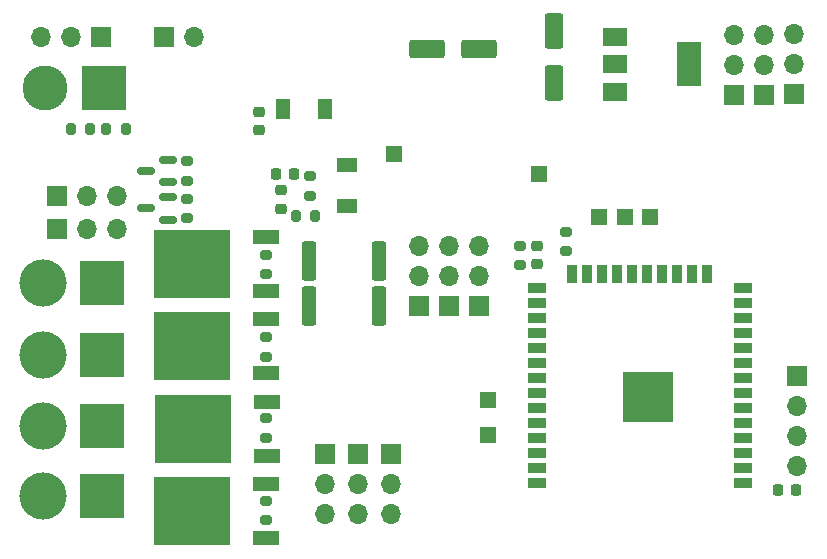
<source format=gbr>
%TF.GenerationSoftware,KiCad,Pcbnew,(6.0.10)*%
%TF.CreationDate,2023-04-19T18:30:43+02:00*%
%TF.ProjectId,jf-ecu32,6a662d65-6375-4333-922e-6b696361645f,rev?*%
%TF.SameCoordinates,Original*%
%TF.FileFunction,Soldermask,Top*%
%TF.FilePolarity,Negative*%
%FSLAX46Y46*%
G04 Gerber Fmt 4.6, Leading zero omitted, Abs format (unit mm)*
G04 Created by KiCad (PCBNEW (6.0.10)) date 2023-04-19 18:30:43*
%MOMM*%
%LPD*%
G01*
G04 APERTURE LIST*
G04 Aperture macros list*
%AMRoundRect*
0 Rectangle with rounded corners*
0 $1 Rounding radius*
0 $2 $3 $4 $5 $6 $7 $8 $9 X,Y pos of 4 corners*
0 Add a 4 corners polygon primitive as box body*
4,1,4,$2,$3,$4,$5,$6,$7,$8,$9,$2,$3,0*
0 Add four circle primitives for the rounded corners*
1,1,$1+$1,$2,$3*
1,1,$1+$1,$4,$5*
1,1,$1+$1,$6,$7*
1,1,$1+$1,$8,$9*
0 Add four rect primitives between the rounded corners*
20,1,$1+$1,$2,$3,$4,$5,0*
20,1,$1+$1,$4,$5,$6,$7,0*
20,1,$1+$1,$6,$7,$8,$9,0*
20,1,$1+$1,$8,$9,$2,$3,0*%
G04 Aperture macros list end*
%ADD10R,1.350000X1.350000*%
%ADD11R,2.200000X1.200000*%
%ADD12R,6.400000X5.800000*%
%ADD13RoundRect,0.200000X-0.200000X-0.275000X0.200000X-0.275000X0.200000X0.275000X-0.200000X0.275000X0*%
%ADD14RoundRect,0.225000X0.250000X-0.225000X0.250000X0.225000X-0.250000X0.225000X-0.250000X-0.225000X0*%
%ADD15RoundRect,0.225000X0.225000X0.250000X-0.225000X0.250000X-0.225000X-0.250000X0.225000X-0.250000X0*%
%ADD16R,1.700000X1.700000*%
%ADD17O,1.700000X1.700000*%
%ADD18RoundRect,0.200000X0.275000X-0.200000X0.275000X0.200000X-0.275000X0.200000X-0.275000X-0.200000X0*%
%ADD19R,3.800000X3.800000*%
%ADD20C,4.000000*%
%ADD21RoundRect,0.250000X-0.362500X-1.425000X0.362500X-1.425000X0.362500X1.425000X-0.362500X1.425000X0*%
%ADD22R,1.300000X1.700000*%
%ADD23C,3.800000*%
%ADD24R,1.700000X1.300000*%
%ADD25R,1.500000X0.900000*%
%ADD26R,0.900000X1.500000*%
%ADD27C,0.475000*%
%ADD28R,4.200000X4.200000*%
%ADD29RoundRect,0.150000X0.587500X0.150000X-0.587500X0.150000X-0.587500X-0.150000X0.587500X-0.150000X0*%
%ADD30R,2.000000X1.500000*%
%ADD31R,2.000000X3.800000*%
%ADD32RoundRect,0.225000X-0.250000X0.225000X-0.250000X-0.225000X0.250000X-0.225000X0.250000X0.225000X0*%
%ADD33RoundRect,0.250000X-1.250000X-0.550000X1.250000X-0.550000X1.250000X0.550000X-1.250000X0.550000X0*%
%ADD34RoundRect,0.200000X-0.275000X0.200000X-0.275000X-0.200000X0.275000X-0.200000X0.275000X0.200000X0*%
%ADD35RoundRect,0.250000X0.550000X-1.250000X0.550000X1.250000X-0.550000X1.250000X-0.550000X-1.250000X0*%
%ADD36RoundRect,0.225000X-0.225000X-0.250000X0.225000X-0.250000X0.225000X0.250000X-0.225000X0.250000X0*%
G04 APERTURE END LIST*
D10*
%TO.C,GND2*%
X55372000Y-186817000D03*
%TD*%
%TO.C,TMS1*%
X59690000Y-164719000D03*
%TD*%
%TO.C,TDO1*%
X64770000Y-168402000D03*
%TD*%
%TO.C,TDI1*%
X47371000Y-163068000D03*
%TD*%
%TO.C,TCK1*%
X66929000Y-168402000D03*
%TD*%
%TO.C,GND1*%
X69088000Y-168402000D03*
%TD*%
%TO.C,BOOT0*%
X55372000Y-183896000D03*
%TD*%
D11*
%TO.C,Q5*%
X36629000Y-188590000D03*
D12*
X30329000Y-186310000D03*
D11*
X36629000Y-184030000D03*
%TD*%
%TO.C,Q6*%
X36585000Y-195575000D03*
D12*
X30285000Y-193295000D03*
D11*
X36585000Y-191015000D03*
%TD*%
D13*
%TO.C,R4*%
X23013000Y-160909000D03*
X24663000Y-160909000D03*
%TD*%
D14*
%TO.C,C2*%
X37846000Y-167653000D03*
X37846000Y-166103000D03*
%TD*%
%TO.C,BOOT1*%
X59461400Y-172365000D03*
X59461400Y-170815000D03*
%TD*%
D15*
%TO.C,C7*%
X38938200Y-164744400D03*
X37388200Y-164744400D03*
%TD*%
D16*
%TO.C,J16*%
X54610000Y-175880000D03*
D17*
X54610000Y-173340000D03*
X54610000Y-170800000D03*
%TD*%
D16*
%TO.C,J19*%
X81534000Y-181864000D03*
D17*
X81534000Y-184404000D03*
X81534000Y-186944000D03*
X81534000Y-189484000D03*
%TD*%
D13*
%TO.C,R3*%
X20003000Y-160909000D03*
X21653000Y-160909000D03*
%TD*%
D18*
%TO.C,R11*%
X36576000Y-173227000D03*
X36576000Y-171577000D03*
%TD*%
D16*
%TO.C,J18*%
X47117000Y-188468000D03*
D17*
X47117000Y-191008000D03*
X47117000Y-193548000D03*
%TD*%
D16*
%TO.C,J7*%
X18811000Y-166624000D03*
D17*
X21351000Y-166624000D03*
X23891000Y-166624000D03*
%TD*%
D16*
%TO.C,J4*%
X41503600Y-188468000D03*
D17*
X41503600Y-191008000D03*
X41503600Y-193548000D03*
%TD*%
D16*
%TO.C,J15*%
X44323000Y-188468000D03*
D17*
X44323000Y-191008000D03*
X44323000Y-193548000D03*
%TD*%
D16*
%TO.C,J10*%
X27940000Y-153162000D03*
D17*
X30480000Y-153162000D03*
%TD*%
D18*
%TO.C,R7*%
X36576000Y-187070000D03*
X36576000Y-185420000D03*
%TD*%
%TO.C,R12*%
X29845000Y-165290000D03*
X29845000Y-163640000D03*
%TD*%
D19*
%TO.C,J9*%
X22693000Y-180086000D03*
D20*
X17693000Y-180086000D03*
%TD*%
D11*
%TO.C,Q4*%
X36585000Y-177045000D03*
D12*
X30285000Y-179325000D03*
D11*
X36585000Y-181605000D03*
%TD*%
D21*
%TO.C,R2*%
X40217500Y-172085000D03*
X46142500Y-172085000D03*
%TD*%
D18*
%TO.C,R15*%
X61976000Y-171259000D03*
X61976000Y-169609000D03*
%TD*%
D16*
%TO.C,J6*%
X18811000Y-169418000D03*
D17*
X21351000Y-169418000D03*
X23891000Y-169418000D03*
%TD*%
D22*
%TO.C,D18*%
X38001000Y-159232600D03*
X41501000Y-159232600D03*
%TD*%
D16*
%TO.C,J3*%
X49530000Y-175895000D03*
D17*
X49530000Y-173355000D03*
X49530000Y-170815000D03*
%TD*%
D11*
%TO.C,Q2*%
X36550000Y-174620000D03*
D12*
X30250000Y-172340000D03*
D11*
X36550000Y-170060000D03*
%TD*%
D19*
%TO.C,J8*%
X22860000Y-157480000D03*
D23*
X17860000Y-157480000D03*
%TD*%
D18*
%TO.C,R10*%
X29845000Y-168465000D03*
X29845000Y-166815000D03*
%TD*%
D24*
%TO.C,D19*%
X43434000Y-167434200D03*
X43434000Y-163934200D03*
%TD*%
D21*
%TO.C,R1*%
X40217500Y-175895000D03*
X46142500Y-175895000D03*
%TD*%
D13*
%TO.C,R6*%
X39053000Y-168275000D03*
X40703000Y-168275000D03*
%TD*%
D25*
%TO.C,U1*%
X76949000Y-190921000D03*
X76949000Y-189651000D03*
X76949000Y-188381000D03*
X76949000Y-187111000D03*
X76949000Y-185841000D03*
X76949000Y-184571000D03*
X76949000Y-183301000D03*
X76949000Y-182031000D03*
X76949000Y-180761000D03*
X76949000Y-179491000D03*
X76949000Y-178221000D03*
X76949000Y-176951000D03*
X76949000Y-175681000D03*
X76949000Y-174411000D03*
D26*
X73909000Y-173161000D03*
X72639000Y-173161000D03*
X71369000Y-173161000D03*
X70099000Y-173161000D03*
X68829000Y-173161000D03*
X67559000Y-173161000D03*
X66289000Y-173161000D03*
X65019000Y-173161000D03*
X63749000Y-173161000D03*
X62479000Y-173161000D03*
D25*
X59449000Y-174411000D03*
X59449000Y-175681000D03*
X59449000Y-176951000D03*
X59449000Y-178221000D03*
X59449000Y-179491000D03*
X59449000Y-180761000D03*
X59449000Y-182031000D03*
X59449000Y-183301000D03*
X59449000Y-184571000D03*
X59449000Y-185841000D03*
X59449000Y-187111000D03*
X59449000Y-188381000D03*
X59449000Y-189651000D03*
X59449000Y-190921000D03*
D27*
X68116500Y-185106000D03*
X67354000Y-182818500D03*
X69641500Y-183581000D03*
X67354000Y-184343500D03*
D28*
X68879000Y-183581000D03*
D27*
X68116500Y-183581000D03*
X68879000Y-184343500D03*
X68116500Y-182056000D03*
X69641500Y-185106000D03*
X70404000Y-184343500D03*
X68879000Y-182818500D03*
X70404000Y-182818500D03*
X69641500Y-182056000D03*
%TD*%
D29*
%TO.C,Q1*%
X28242500Y-165415000D03*
X28242500Y-163515000D03*
X26367500Y-164465000D03*
%TD*%
D30*
%TO.C,U4*%
X66090000Y-153148000D03*
D31*
X72390000Y-155448000D03*
D30*
X66090000Y-155448000D03*
X66090000Y-157748000D03*
%TD*%
D16*
%TO.C,J1*%
X76200000Y-158003000D03*
D17*
X76200000Y-155463000D03*
X76200000Y-152923000D03*
%TD*%
D19*
%TO.C,J17*%
X22693000Y-192024000D03*
D20*
X17693000Y-192024000D03*
%TD*%
D18*
%TO.C,R8*%
X36576000Y-194055000D03*
X36576000Y-192405000D03*
%TD*%
D32*
%TO.C,C1*%
X35991800Y-159473600D03*
X35991800Y-161023600D03*
%TD*%
D19*
%TO.C,J5*%
X22693000Y-173990000D03*
D20*
X17693000Y-173990000D03*
%TD*%
D16*
%TO.C,J12*%
X81280000Y-157988000D03*
D17*
X81280000Y-155448000D03*
X81280000Y-152908000D03*
%TD*%
D16*
%TO.C,J13*%
X52070000Y-175895000D03*
D17*
X52070000Y-173355000D03*
X52070000Y-170815000D03*
%TD*%
D33*
%TO.C,C8*%
X50210000Y-154178000D03*
X54610000Y-154178000D03*
%TD*%
D34*
%TO.C,R13*%
X58039000Y-170815000D03*
X58039000Y-172465000D03*
%TD*%
D18*
%TO.C,R9*%
X36576000Y-180212000D03*
X36576000Y-178562000D03*
%TD*%
%TO.C,R5*%
X40305000Y-166552700D03*
X40305000Y-164902700D03*
%TD*%
D16*
%TO.C,J2*%
X78740000Y-158003000D03*
D17*
X78740000Y-155463000D03*
X78740000Y-152923000D03*
%TD*%
D16*
%TO.C,J11*%
X22606000Y-153162000D03*
D17*
X20066000Y-153162000D03*
X17526000Y-153162000D03*
%TD*%
D35*
%TO.C,C3*%
X60960000Y-157013000D03*
X60960000Y-152613000D03*
%TD*%
D36*
%TO.C,C9*%
X79870000Y-191516000D03*
X81420000Y-191516000D03*
%TD*%
D29*
%TO.C,Q3*%
X28242500Y-168590000D03*
X28242500Y-166690000D03*
X26367500Y-167640000D03*
%TD*%
D19*
%TO.C,J14*%
X22693000Y-186055000D03*
D20*
X17693000Y-186055000D03*
%TD*%
M02*

</source>
